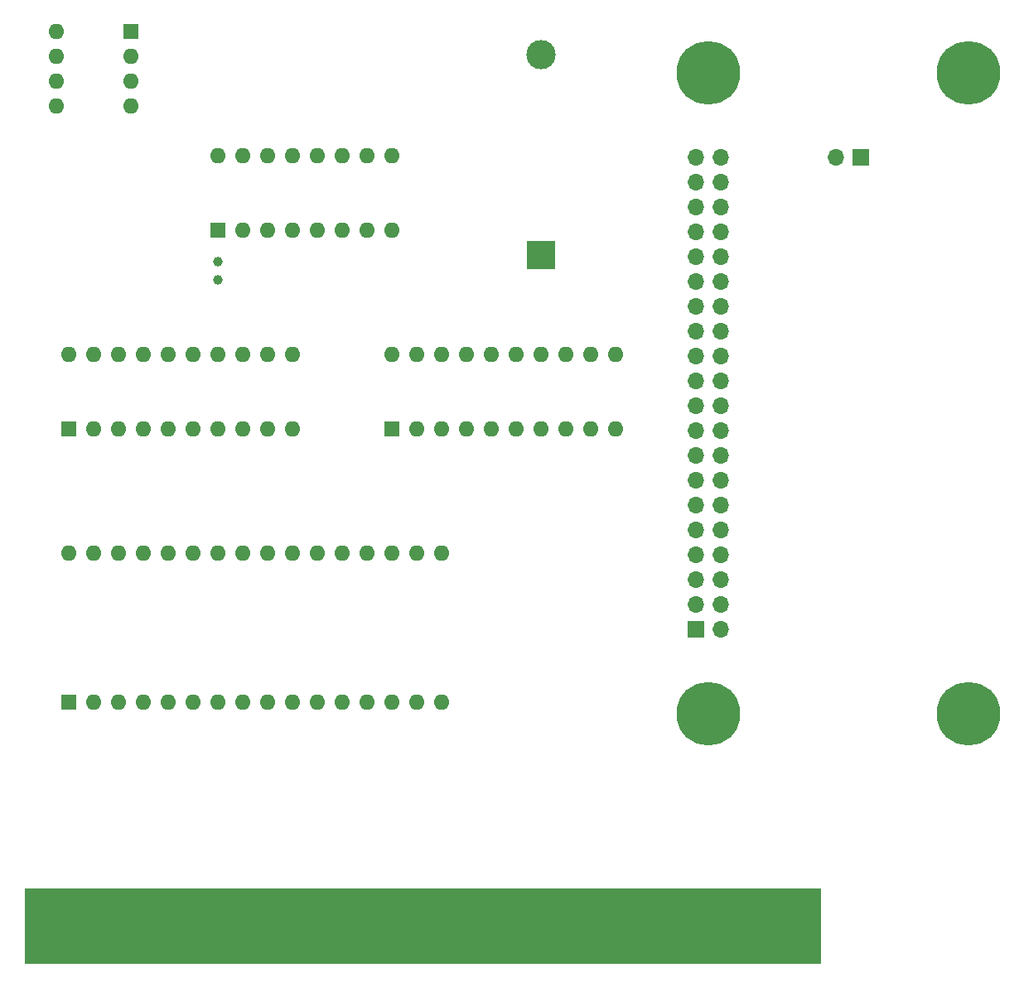
<source format=gbs>
%TF.GenerationSoftware,KiCad,Pcbnew,(5.1.9)-1*%
%TF.CreationDate,2021-10-09T15:04:23+08:00*%
%TF.ProjectId,CFSuperLite,43465375-7065-4724-9c69-74652e6b6963,rev?*%
%TF.SameCoordinates,Original*%
%TF.FileFunction,Soldermask,Bot*%
%TF.FilePolarity,Negative*%
%FSLAX46Y46*%
G04 Gerber Fmt 4.6, Leading zero omitted, Abs format (unit mm)*
G04 Created by KiCad (PCBNEW (5.1.9)-1) date 2021-10-09 15:04:23*
%MOMM*%
%LPD*%
G01*
G04 APERTURE LIST*
%ADD10C,0.100000*%
%ADD11R,1.780000X6.820000*%
%ADD12R,3.000000X3.000000*%
%ADD13C,3.000000*%
%ADD14O,1.600000X1.600000*%
%ADD15R,1.600000X1.600000*%
%ADD16O,1.700000X1.700000*%
%ADD17R,1.700000X1.700000*%
%ADD18C,1.000000*%
%ADD19C,6.500000*%
G04 APERTURE END LIST*
D10*
G36*
X177800000Y-142240000D02*
G01*
X96520000Y-142240000D01*
X96520000Y-134620000D01*
X177800000Y-134620000D01*
X177800000Y-142240000D01*
G37*
X177800000Y-142240000D02*
X96520000Y-142240000D01*
X96520000Y-134620000D01*
X177800000Y-134620000D01*
X177800000Y-142240000D01*
D11*
%TO.C,J3*%
X99060000Y-138030000D03*
X101600000Y-138030000D03*
X104140000Y-138030000D03*
X106680000Y-138030000D03*
X109220000Y-138030000D03*
X111760000Y-138030000D03*
X114300000Y-138030000D03*
X116840000Y-138030000D03*
X119380000Y-138030000D03*
X121920000Y-138030000D03*
X124460000Y-138030000D03*
X127000000Y-138030000D03*
X129540000Y-138030000D03*
X132080000Y-138030000D03*
X134620000Y-138030000D03*
X137160000Y-138030000D03*
X139700000Y-138030000D03*
X142240000Y-138030000D03*
X144780000Y-138030000D03*
X147320000Y-138030000D03*
X149860000Y-138030000D03*
X152400000Y-138030000D03*
X154940000Y-138030000D03*
X157480000Y-138030000D03*
X160020000Y-138030000D03*
X162560000Y-138030000D03*
X165100000Y-138030000D03*
X167640000Y-138030000D03*
X170180000Y-138030000D03*
X172720000Y-138030000D03*
X175260000Y-138030000D03*
%TD*%
D12*
%TO.C,BAT1*%
X149225000Y-69850000D03*
D13*
X149225000Y-49360000D03*
%TD*%
D14*
%TO.C,U1*%
X100965000Y-100330000D03*
X139065000Y-115570000D03*
X103505000Y-100330000D03*
X136525000Y-115570000D03*
X106045000Y-100330000D03*
X133985000Y-115570000D03*
X108585000Y-100330000D03*
X131445000Y-115570000D03*
X111125000Y-100330000D03*
X128905000Y-115570000D03*
X113665000Y-100330000D03*
X126365000Y-115570000D03*
X116205000Y-100330000D03*
X123825000Y-115570000D03*
X118745000Y-100330000D03*
X121285000Y-115570000D03*
X121285000Y-100330000D03*
X118745000Y-115570000D03*
X123825000Y-100330000D03*
X116205000Y-115570000D03*
X126365000Y-100330000D03*
X113665000Y-115570000D03*
X128905000Y-100330000D03*
X111125000Y-115570000D03*
X131445000Y-100330000D03*
X108585000Y-115570000D03*
X133985000Y-100330000D03*
X106045000Y-115570000D03*
X136525000Y-100330000D03*
X103505000Y-115570000D03*
X139065000Y-100330000D03*
D15*
X100965000Y-115570000D03*
%TD*%
D14*
%TO.C,SW1*%
X99695000Y-46990000D03*
X107315000Y-54610000D03*
X99695000Y-49530000D03*
X107315000Y-52070000D03*
X99695000Y-52070000D03*
X107315000Y-49530000D03*
X99695000Y-54610000D03*
D15*
X107315000Y-46990000D03*
%TD*%
D14*
%TO.C,U3*%
X100965000Y-80010000D03*
X123825000Y-87630000D03*
X103505000Y-80010000D03*
X121285000Y-87630000D03*
X106045000Y-80010000D03*
X118745000Y-87630000D03*
X108585000Y-80010000D03*
X116205000Y-87630000D03*
X111125000Y-80010000D03*
X113665000Y-87630000D03*
X113665000Y-80010000D03*
X111125000Y-87630000D03*
X116205000Y-80010000D03*
X108585000Y-87630000D03*
X118745000Y-80010000D03*
X106045000Y-87630000D03*
X121285000Y-80010000D03*
X103505000Y-87630000D03*
X123825000Y-80010000D03*
D15*
X100965000Y-87630000D03*
%TD*%
D16*
%TO.C,J2*%
X179411000Y-59817000D03*
D17*
X181951000Y-59817000D03*
%TD*%
D16*
%TO.C,J1*%
X167640000Y-59817000D03*
X165100000Y-59817000D03*
X167640000Y-62357000D03*
X165100000Y-62357000D03*
X167640000Y-64897000D03*
X165100000Y-64897000D03*
X167640000Y-67437000D03*
X165100000Y-67437000D03*
X167640000Y-69977000D03*
X165100000Y-69977000D03*
X167640000Y-72517000D03*
X165100000Y-72517000D03*
X167640000Y-75057000D03*
X165100000Y-75057000D03*
X167640000Y-77597000D03*
X165100000Y-77597000D03*
X167640000Y-80137000D03*
X165100000Y-80137000D03*
X167640000Y-82677000D03*
X165100000Y-82677000D03*
X167640000Y-85217000D03*
X165100000Y-85217000D03*
X167640000Y-87757000D03*
X165100000Y-87757000D03*
X167640000Y-90297000D03*
X165100000Y-90297000D03*
X167640000Y-92837000D03*
X165100000Y-92837000D03*
X167640000Y-95377000D03*
X165100000Y-95377000D03*
X167640000Y-97917000D03*
X165100000Y-97917000D03*
X167640000Y-100457000D03*
X165100000Y-100457000D03*
X167640000Y-102997000D03*
X165100000Y-102997000D03*
X167640000Y-105537000D03*
X165100000Y-105537000D03*
X167640000Y-108077000D03*
D17*
X165100000Y-108077000D03*
%TD*%
D15*
%TO.C,U4*%
X116205000Y-67310000D03*
D14*
X133985000Y-59690000D03*
X118745000Y-67310000D03*
X131445000Y-59690000D03*
X121285000Y-67310000D03*
X128905000Y-59690000D03*
X123825000Y-67310000D03*
X126365000Y-59690000D03*
X126365000Y-67310000D03*
X123825000Y-59690000D03*
X128905000Y-67310000D03*
X121285000Y-59690000D03*
X131445000Y-67310000D03*
X118745000Y-59690000D03*
X133985000Y-67310000D03*
X116205000Y-59690000D03*
%TD*%
D18*
%TO.C,Y1*%
X116205000Y-70490000D03*
X116205000Y-72390000D03*
%TD*%
D19*
%TO.C,H4*%
X192913000Y-116713000D03*
%TD*%
D14*
%TO.C,U2*%
X133985000Y-80010000D03*
X156845000Y-87630000D03*
X136525000Y-80010000D03*
X154305000Y-87630000D03*
X139065000Y-80010000D03*
X151765000Y-87630000D03*
X141605000Y-80010000D03*
X149225000Y-87630000D03*
X144145000Y-80010000D03*
X146685000Y-87630000D03*
X146685000Y-80010000D03*
X144145000Y-87630000D03*
X149225000Y-80010000D03*
X141605000Y-87630000D03*
X151765000Y-80010000D03*
X139065000Y-87630000D03*
X154305000Y-80010000D03*
X136525000Y-87630000D03*
X156845000Y-80010000D03*
D15*
X133985000Y-87630000D03*
%TD*%
D19*
%TO.C,H3*%
X166370000Y-116713000D03*
%TD*%
%TO.C,H1*%
X166370000Y-51181000D03*
%TD*%
%TO.C,H2*%
X192913000Y-51181000D03*
%TD*%
M02*

</source>
